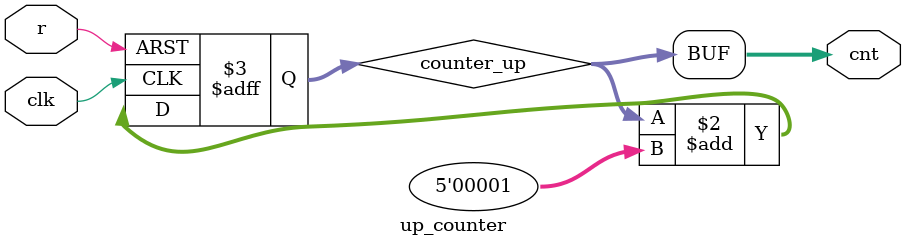
<source format=v>
module up_counter(input clk, r, output[4:0] cnt);

reg [4:0] counter_up;

// up counter
always @(posedge clk or posedge r)
begin
if(r)
 counter_up <= 5'd0;
else
 counter_up <= counter_up + 5'd1;
end 

assign cnt = counter_up;

endmodule

</source>
